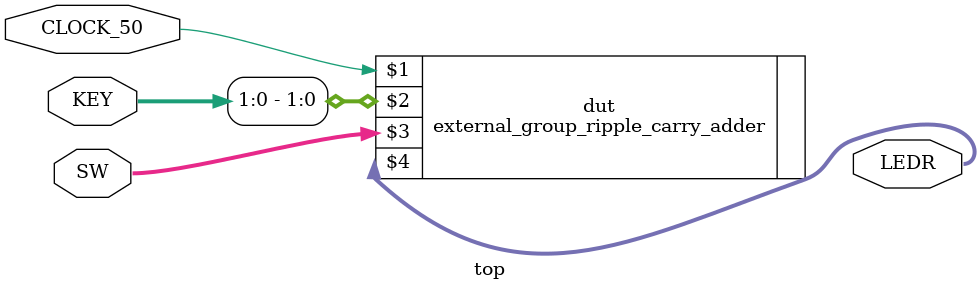
<source format=v>
module top (CLOCK_50, KEY, SW, LEDR);

    input CLOCK_50;             // DE-series 50 MHz clock signal
	 input wire [3:0] KEY;       // DE-series pushbuttons
    input wire [9:0] SW;        // DE-series switches
    
    output wire [9:0] LEDR;     // DE-series LEDs   

    external_group_ripple_carry_adder dut (CLOCK_50, KEY[1:0], SW[9:0], LEDR[9:0]);

endmodule

</source>
